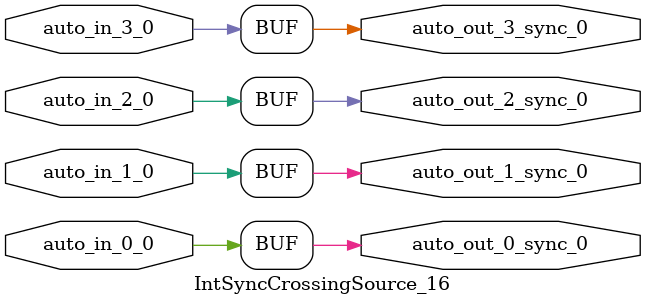
<source format=sv>
`ifndef RANDOMIZE
  `ifdef RANDOMIZE_REG_INIT
    `define RANDOMIZE
  `endif // RANDOMIZE_REG_INIT
`endif // not def RANDOMIZE
`ifndef RANDOMIZE
  `ifdef RANDOMIZE_MEM_INIT
    `define RANDOMIZE
  `endif // RANDOMIZE_MEM_INIT
`endif // not def RANDOMIZE

`ifndef RANDOM
  `define RANDOM $random
`endif // not def RANDOM

// Users can define 'PRINTF_COND' to add an extra gate to prints.
`ifndef PRINTF_COND_
  `ifdef PRINTF_COND
    `define PRINTF_COND_ (`PRINTF_COND)
  `else  // PRINTF_COND
    `define PRINTF_COND_ 1
  `endif // PRINTF_COND
`endif // not def PRINTF_COND_

// Users can define 'ASSERT_VERBOSE_COND' to add an extra gate to assert error printing.
`ifndef ASSERT_VERBOSE_COND_
  `ifdef ASSERT_VERBOSE_COND
    `define ASSERT_VERBOSE_COND_ (`ASSERT_VERBOSE_COND)
  `else  // ASSERT_VERBOSE_COND
    `define ASSERT_VERBOSE_COND_ 1
  `endif // ASSERT_VERBOSE_COND
`endif // not def ASSERT_VERBOSE_COND_

// Users can define 'STOP_COND' to add an extra gate to stop conditions.
`ifndef STOP_COND_
  `ifdef STOP_COND
    `define STOP_COND_ (`STOP_COND)
  `else  // STOP_COND
    `define STOP_COND_ 1
  `endif // STOP_COND
`endif // not def STOP_COND_

// Users can define INIT_RANDOM as general code that gets injected into the
// initializer block for modules with registers.
`ifndef INIT_RANDOM
  `define INIT_RANDOM
`endif // not def INIT_RANDOM

// If using random initialization, you can also define RANDOMIZE_DELAY to
// customize the delay used, otherwise 0.002 is used.
`ifndef RANDOMIZE_DELAY
  `define RANDOMIZE_DELAY 0.002
`endif // not def RANDOMIZE_DELAY

// Define INIT_RANDOM_PROLOG_ for use in our modules below.
`ifndef INIT_RANDOM_PROLOG_
  `ifdef RANDOMIZE
    `ifdef VERILATOR
      `define INIT_RANDOM_PROLOG_ `INIT_RANDOM
    `else  // VERILATOR
      `define INIT_RANDOM_PROLOG_ `INIT_RANDOM #`RANDOMIZE_DELAY begin end
    `endif // VERILATOR
  `else  // RANDOMIZE
    `define INIT_RANDOM_PROLOG_
  `endif // RANDOMIZE
`endif // not def INIT_RANDOM_PROLOG_

module IntSyncCrossingSource_16(
  input  auto_in_3_0,
         auto_in_2_0,
         auto_in_1_0,
         auto_in_0_0,
  output auto_out_3_sync_0,
         auto_out_2_sync_0,
         auto_out_1_sync_0,
         auto_out_0_sync_0
);

  assign auto_out_3_sync_0 = auto_in_3_0;
  assign auto_out_2_sync_0 = auto_in_2_0;
  assign auto_out_1_sync_0 = auto_in_1_0;
  assign auto_out_0_sync_0 = auto_in_0_0;
endmodule


</source>
